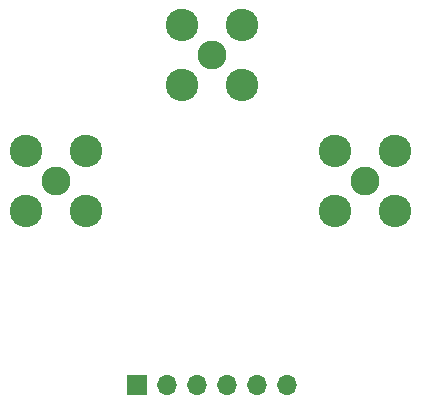
<source format=gbr>
%TF.GenerationSoftware,KiCad,Pcbnew,8.0.1*%
%TF.CreationDate,2024-03-25T18:19:42-05:00*%
%TF.ProjectId,TS3A5017-Mixer,54533341-3530-4313-972d-4d697865722e,rev?*%
%TF.SameCoordinates,Original*%
%TF.FileFunction,Soldermask,Bot*%
%TF.FilePolarity,Negative*%
%FSLAX46Y46*%
G04 Gerber Fmt 4.6, Leading zero omitted, Abs format (unit mm)*
G04 Created by KiCad (PCBNEW 8.0.1) date 2024-03-25 18:19:42*
%MOMM*%
%LPD*%
G01*
G04 APERTURE LIST*
%ADD10C,2.454000*%
%ADD11C,2.754000*%
%ADD12R,1.700000X1.700000*%
%ADD13O,1.700000X1.700000*%
G04 APERTURE END LIST*
D10*
%TO.C,J1*%
X146558000Y-79248000D03*
D11*
X149098000Y-81788000D03*
X144018000Y-81788000D03*
X149098000Y-76708000D03*
X144018000Y-76708000D03*
%TD*%
D10*
%TO.C,J2*%
X159512000Y-89916000D03*
D11*
X156972000Y-92456000D03*
X156972000Y-87376000D03*
X162052000Y-92456000D03*
X162052000Y-87376000D03*
%TD*%
D10*
%TO.C,J3*%
X133350000Y-89916000D03*
D11*
X135890000Y-87376000D03*
X135890000Y-92456000D03*
X130810000Y-87376000D03*
X130810000Y-92456000D03*
%TD*%
D12*
%TO.C,J4*%
X140208000Y-107188000D03*
D13*
X142748000Y-107188000D03*
X145288000Y-107188000D03*
X147828000Y-107188000D03*
X150368000Y-107188000D03*
X152908000Y-107188000D03*
%TD*%
M02*

</source>
